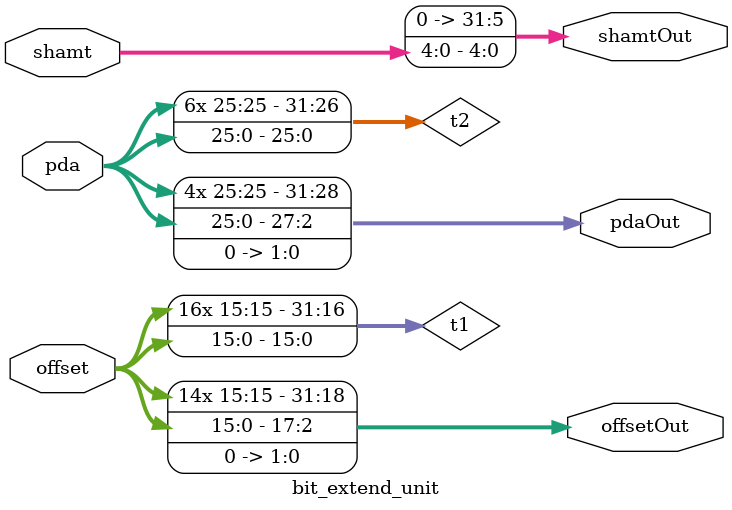
<source format=v>
`timescale 1ns / 1ps
module bit_extend_unit(
	input [4:0] shamt,
	input [15:0] offset,
	input [25:0] pda,
	output reg [31:0] shamtOut,
	output reg [31:0] offsetOut,
	output reg [31:0] pdaOut
    );
	reg [31:0] t1,t2;
	always @(*) begin
	shamtOut = {{27{1'b0}}, shamt};
	t1 = {{16{offset[15]}}, offset};
	t2 = {{6{pda[25]}}, pda};
	offsetOut = t1 << 2;
	pdaOut = t2 << 2;
    end

endmodule

</source>
